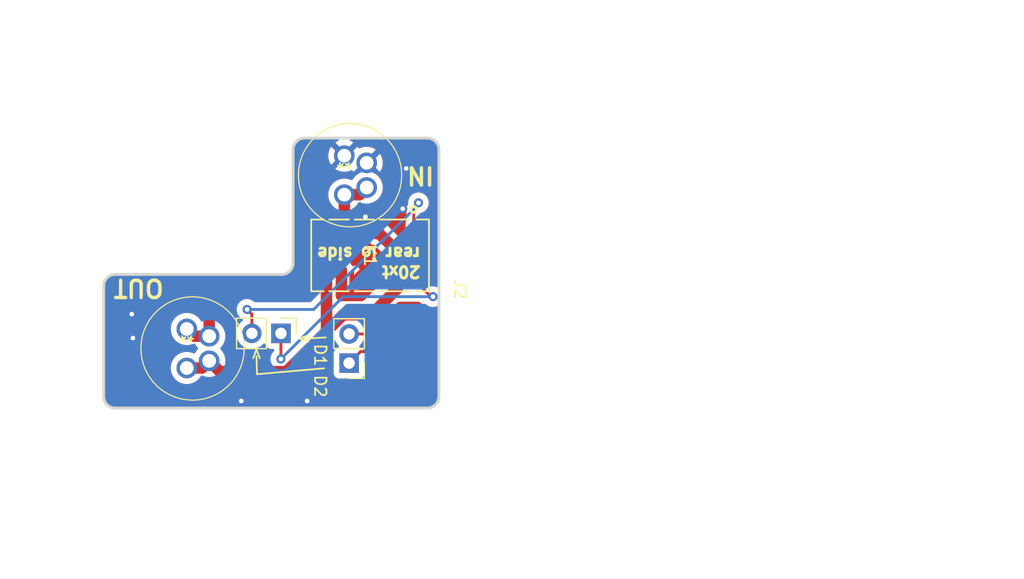
<source format=kicad_pcb>
(kicad_pcb (version 20221018) (generator pcbnew)
  (layers (0 "F.Cu" signal) (31 "B.Cu" signal) (34 "B.Paste" user) (35 "F.Paste" user) (36 "B.SilkS" user "B.Silkscreen") (37 "F.SilkS" user "F.Silkscreen") (38 "B.Mask" user) (39 "F.Mask" user) (44 "Edge.Cuts" user))
  (net 0 "")
  (net 1 "GND")
  (net 2 "12v")
  (net 3 "M+")
  (net 4 "M-")
  (net 5 "D2")
  (net 6 "D1")
  (net 7 "Net-(J6-Pin_1)")
  (net 8 "Net-(J6-Pin_2)")
  (footprint "Connector_PinHeader_2.54mm:PinHeader_1x02_P2.54mm_Vertical" (layer "F.Cu") (at 98.4046 80.2132 -90)
    (fp_text reference "J6" hide)
    (fp_text value "Conn_01x02")
    (fp_line (start -1.33 -1.33) (end 0 -1.33) (stroke (width 0.12)) (layer "F.SilkS"))
    (fp_line (start -1.33 0) (end -1.33 -1.33) (stroke (width 0.12)) (layer "F.SilkS"))
    (fp_line (start -1.33 1.27) (end -1.33 3.87) (stroke (width 0.12)) (layer "F.SilkS"))
    (fp_line (start -1.33 1.27) (end 1.33 1.27) (stroke (width 0.12)) (layer "F.SilkS"))
    (fp_line (start -1.33 3.87) (end 1.33 3.87) (stroke (width 0.12)) (layer "F.SilkS"))
    (fp_line (start 1.33 1.27) (end 1.33 3.87) (stroke (width 0.12)) (layer "F.SilkS"))
    (pad "1" thru_hole rect (at 0 0 270) (size 1.7 1.7) (drill 1) (layers "*.Cu" "*.Mask") (net 7 "Net-(J6-Pin_1)"))
    (pad "2" thru_hole oval (at 0 2.54 270) (size 1.7 1.7) (drill 1) (layers "*.Cu" "*.Mask") (net 8 "Net-(J6-Pin_2)"))
  )
  (footprint "peripheralio:CONN_T4041017041-000_TEC" (layer "F.Cu") (at 90.6964 81.531252 -90)
    (fp_text reference "J3" hide)
    (fp_text value "Conn_01x04" hide)
    (fp_text user "*" (at -0.839978 0.500799 -90 unlocked) (layer "F.SilkS"))
    (fp_text user "*" (at -0.839978 0.500799 90) (layer "F.SilkS"))
    (fp_circle (center 0 0) (end 4.5 0) (stroke (width 0.1)) (fill none) (layer "F.SilkS"))
    (pad "1" thru_hole circle (at 1.700022 0.500799 270) (size 1.8 1.8) (drill 1.2) (layers "*.Cu" "*.Mask") (net 3 "M+"))
    (pad "2" thru_hole circle (at 1.074928 -1.4492 270) (size 1.8 1.8) (drill 1.2) (layers "*.Cu" "*.Mask") (net 3 "M+"))
    (pad "3" thru_hole circle (at -1.700022 0.500799 270) (size 1.8 1.8) (drill 1.2) (layers "*.Cu" "*.Mask") (net 4 "M-"))
    (pad "4" thru_hole circle (at -1.074999 -1.4492 270) (size 1.8 1.8) (drill 1.2) (layers "*.Cu" "*.Mask") (net 4 "M-"))
  )
  (footprint "Connector_PinHeader_2.54mm:PinHeader_1x02_P2.54mm_Vertical" (layer "F.Cu") (at 104.3432 82.804 180)
    (fp_text reference "J4" hide)
    (fp_text value "Conn_01x02")
    (fp_line (start -1.33 -1.33) (end 0 -1.33) (stroke (width 0.12)) (layer "F.SilkS"))
    (fp_line (start -1.33 0) (end -1.33 -1.33) (stroke (width 0.12)) (layer "F.SilkS"))
    (fp_line (start -1.33 1.27) (end -1.33 3.87) (stroke (width 0.12)) (layer "F.SilkS"))
    (fp_line (start -1.33 1.27) (end 1.33 1.27) (stroke (width 0.12)) (layer "F.SilkS"))
    (fp_line (start -1.33 3.87) (end 1.33 3.87) (stroke (width 0.12)) (layer "F.SilkS"))
    (fp_line (start 1.33 1.27) (end 1.33 3.87) (stroke (width 0.12)) (layer "F.SilkS"))
    (pad "1" thru_hole rect (at 0 0 180) (size 1.7 1.7) (drill 1) (layers "*.Cu" "*.Mask") (net 5 "D2"))
    (pad "2" thru_hole oval (at 0 2.54 180) (size 1.7 1.7) (drill 1) (layers "*.Cu" "*.Mask") (net 6 "D1"))
  )
  (footprint "peripheralio:RELAY8_SMTJLG_TEC" (layer "F.Cu") (at 106.172 73.4148 -90)
    (fp_text reference "K1" (at 0 0 -90 unlocked) (layer "F.SilkS"))
    (fp_text value "5-1462037-5")
    (fp_line (start -3.1242 -5.1308) (end -3.1242 -4.048035) (stroke (width 0.1524)) (layer "F.SilkS"))
    (fp_line (start -3.1242 -3.559565) (end -3.1242 -0.848036) (stroke (width 0.1524)) (layer "F.SilkS"))
    (fp_line (start -3.1242 -0.359566) (end -3.1242 1.351964) (stroke (width 0.1524)) (layer "F.SilkS"))
    (fp_line (start -3.1242 1.840435) (end -3.1242 3.551963) (stroke (width 0.1524)) (layer "F.SilkS"))
    (fp_line (start -3.1242 4.040433) (end -3.1242 5.1308) (stroke (width 0.1524)) (layer "F.SilkS"))
    (fp_line (start -3.1242 5.1308) (end 3.1242 5.1308) (stroke (width 0.1524)) (layer "F.SilkS"))
    (fp_line (start 3.1242 -5.1308) (end -3.1242 -5.1308) (stroke (width 0.1524)) (layer "F.SilkS"))
    (fp_line (start 3.1242 -4.048035) (end 3.1242 -5.1308) (stroke (width 0.1524)) (layer "F.SilkS"))
    (fp_line (start 3.1242 -0.848036) (end 3.1242 -3.559565) (stroke (width 0.1524)) (layer "F.SilkS"))
    (fp_line (start 3.1242 1.351964) (end 3.1242 -0.359566) (stroke (width 0.1524)) (layer "F.SilkS"))
    (fp_line (start 3.1242 3.551963) (end 3.1242 1.840435) (stroke (width 0.1524)) (layer "F.SilkS"))
    (fp_line (start 3.1242 5.1308) (end 3.1242 4.040433) (stroke (width 0.1524)) (layer "F.SilkS"))
    (fp_circle (center -3.9956 -3.8038) (end -3.7416 -3.8038) (stroke (width 0.254)) (fill none) (layer "F.SilkS"))
    (pad "1" smd rect (at -2.0955 -3.8038 270) (size 1.397 0.4064) (layers "F.Cu" "F.Paste" "F.Mask") (net 8 "Net-(J6-Pin_2)"))
    (pad "2" smd rect (at -2.0955 -0.603801 270) (size 1.397 0.4064) (layers "F.Cu" "F.Paste" "F.Mask") (net 3 "M+"))
    (pad "3" smd rect (at -2.0955 1.5962 270) (size 1.397 0.4064) (layers "F.Cu" "F.Paste" "F.Mask") (net 2 "12v"))
    (pad "4" smd rect (at -2.0955 3.796198 270) (size 1.397 0.4064) (layers "F.Cu" "F.Paste" "F.Mask") (net 4 "M-"))
    (pad "5" smd rect (at 2.0955 3.796198 270) (size 1.397 0.4064) (layers "F.Cu" "F.Paste" "F.Mask") (net 3 "M+"))
    (pad "6" smd rect (at 2.0955 1.5962 270) (size 1.397 0.4064) (layers "F.Cu" "F.Paste" "F.Mask") (net 1 "GND"))
    (pad "7" smd rect (at 2.0955 -0.603801 270) (size 1.397 0.4064) (layers "F.Cu" "F.Paste" "F.Mask") (net 4 "M-"))
    (pad "8" smd rect (at 2.0955 -3.8038 270) (size 1.397 0.4064) (layers "F.Cu" "F.Paste" "F.Mask") (net 7 "Net-(J6-Pin_1)"))
  )
  (footprint "peripheralio:SMD_picoblade_hori_1x03" (layer "F.Cu") (at 106.5043 77.4497 -90)
    (fp_text reference "J1" hide)
    (fp_text value "Conn_01x03")
    (pad "" smd roundrect (at 0.85 -3.05 270) (size 1.7 2.4) (layers "F.Cu" "F.Paste" "F.Mask"))
    (pad "" smd roundrect (at 7.85 -3.05 270) (size 1.7 2.4) (layers "F.Cu" "F.Paste" "F.Mask"))
    (pad "1" smd roundrect (at 5.6 -0.8 270) (size 0.6 1.6) (layers "F.Cu" "F.Paste" "F.Mask") (net 1 "GND"))
    (pad "2" smd roundrect (at 4.35 -0.8 270) (size 0.6 1.6) (layers "F.Cu" "F.Paste" "F.Mask") (net 5 "D2"))
    (pad "3" smd roundrect (at 3.1 -0.8 270) (size 0.6 1.6) (layers "F.Cu" "F.Paste" "F.Mask") (net 6 "D1"))
  )
  (footprint "peripheralio:CONN_T4041017041-000_TEC" (layer "F.Cu") (at 104.4264 66.42611 -90)
    (fp_text reference "J2" (at 9.96 -9.6 -90 unlocked) (layer "F.SilkS"))
    (fp_text value "Conn_01x04")
    (fp_text user "*" (at -0.839978 0.500799 -90 unlocked) (layer "F.SilkS"))
    (fp_text user "*" (at -0.839978 0.500799 90) (layer "F.SilkS"))
    (fp_circle (center 0 0) (end 4.5 0) (stroke (width 0.1)) (fill none) (layer "F.SilkS"))
    (pad "1" thru_hole circle (at 1.700022 0.500799 270) (size 1.8 1.8) (drill 1.2) (layers "*.Cu" "*.Mask") (net 2 "12v"))
    (pad "2" thru_hole circle (at 1.074928 -1.4492 270) (size 1.8 1.8) (drill 1.2) (layers "*.Cu" "*.Mask") (net 2 "12v"))
    (pad "3" thru_hole circle (at -1.700022 0.500799 270) (size 1.8 1.8) (drill 1.2) (layers "*.Cu" "*.Mask") (net 1 "GND"))
    (pad "4" thru_hole circle (at -1.074999 -1.4492 270) (size 1.8 1.8) (drill 1.2) (layers "*.Cu" "*.Mask") (net 1 "GND"))
  )
  (gr_line (start 102.1588 83.2612) (end 96.3168 83.7692) (stroke (width 0.15)) (layer "F.SilkS"))
  (gr_line (start 96.3168 83.7692) (end 96.266 82.1944) (stroke (width 0.15)) (layer "F.SilkS"))
  (gr_line (start 102.3112 80.5688) (end 100.4316 80.6704) (stroke (width 0.15)) (layer "F.SilkS"))
  (gr_arc (start 99.4664 74.0824) (mid 99.173507 74.789507) (end 98.4664 75.0824) (stroke (width 0.25)) (layer "Edge.Cuts"))
  (gr_line (start 99.4664 74.0824) (end 99.4664 64.1952) (stroke (width 0.25)) (layer "Edge.Cuts"))
  (gr_arc (start 112.1664 85.7156) (mid 111.873507 86.422707) (end 111.1664 86.7156) (stroke (width 0.25)) (layer "Edge.Cuts"))
  (gr_line (start 111.1664 86.7156) (end 83.9564 86.7156) (stroke (width 0.25)) (layer "Edge.Cuts"))
  (gr_arc (start 111.1664 63.1952) (mid 111.873507 63.488093) (end 112.1664 64.1952) (stroke (width 0.25)) (layer "Edge.Cuts"))
  (gr_line (start 98.4664 75.0824) (end 83.9564 75.0824) (stroke (width 0.25)) (layer "Edge.Cuts"))
  (gr_line (start 111.1664 63.1952) (end 100.4664 63.1952) (stroke (width 0.25)) (layer "Edge.Cuts"))
  (gr_arc (start 99.4664 64.1952) (mid 99.759293 63.488093) (end 100.4664 63.1952) (stroke (width 0.25)) (layer "Edge.Cuts"))
  (gr_arc (start 82.9564 76.0824) (mid 83.249293 75.375293) (end 83.9564 75.0824) (stroke (width 0.25)) (layer "Edge.Cuts"))
  (gr_line (start 82.9564 76.0824) (end 82.9564 85.7156) (stroke (width 0.25)) (layer "Edge.Cuts"))
  (gr_arc (start 83.9564 86.7156) (mid 83.249293 86.422707) (end 82.9564 85.7156) (stroke (width 0.25)) (layer "Edge.Cuts"))
  (gr_line (start 112.1664 64.1952) (end 112.1664 85.7156) (stroke (width 0.25)) (layer "Edge.Cuts"))
  (gr_text "<" (at 95.758 81.28 -90) (layer "F.SilkS") (effects (font (size 1 1)) (justify left bottom)))
  (gr_text "IN" (at 111.9124 65.5828 180) (layer "F.SilkS") (effects (font (size 1.5 1.5) (thickness 0.3) bold) (justify left bottom)))
  (gr_text "D1 D2" (at 101.2444 81.026 270) (layer "F.SilkS") (effects (font (size 1 1)) (justify left bottom)))
  (gr_text "20xt\nrear io side" (at 110.6932 72.644 180) (layer "F.SilkS") (effects (font (size 1 1) (thickness 0.25) bold) (justify left bottom)))
  (gr_text "<" (at 99.6696 81.1784) (layer "F.SilkS") (effects (font (size 1 1)) (justify left bottom)))
  (gr_text "OUT" (at 88.3412 75.3872 180) (layer "F.SilkS") (effects (font (size 1.5 1.5) (thickness 0.3) bold) (justify left bottom)))
  (segment (start 105.7656 74.3205) (end 105.7656 70.0532) (width 0.25) (layer "F.Cu") (net 1))
  (segment (start 104.5758 75.5103) (end 105.7656 74.3205) (width 0.25) (layer "F.Cu") (net 1))
  (via (at 105.7656 70.0532) (size 0.8) (drill 0.4) (layers "F.Cu" "B.Cu") (net 1))
  (via (at 85.4964 80.6196) (size 0.8) (drill 0.4) (layers "F.Cu" "B.Cu") (net 1))
  (via (at 100.6856 86.106) (size 0.8) (drill 0.4) (layers "F.Cu" "B.Cu") (net 1))
  (via (at 109.3216 65.8368) (size 0.8) (drill 0.4) (layers "F.Cu" "B.Cu") (net 1))
  (via (at 85.3948 78.5368) (size 0.8) (drill 0.4) (layers "F.Cu" "B.Cu") (net 1))
  (via (at 109.0168 69.342) (size 0.8) (drill 0.4) (layers "F.Cu" "B.Cu") (net 1))
  (via (at 94.9452 86.106) (size 0.8) (drill 0.4) (layers "F.Cu" "B.Cu") (net 1))
  (segment (start 105.250506 68.126132) (end 105.8756 67.501038) (width 1) (layer "F.Cu") (net 2))
  (segment (start 103.925601 68.126132) (end 103.925601 70.669101) (width 1) (layer "F.Cu") (net 2))
  (segment (start 103.925601 70.669101) (end 104.5758 71.3193) (width 1) (layer "F.Cu") (net 2))
  (segment (start 103.925601 68.126132) (end 105.250506 68.126132) (width 1) (layer "F.Cu") (net 2))
  (segment (start 102.375802 80.046998) (end 102.375802 80.039366) (width 1) (layer "F.Cu") (net 3))
  (segment (start 93.08782 83.5484) (end 98.8744 83.5484) (width 1) (layer "F.Cu") (net 3))
  (segment (start 108.5596 76.3016) (end 108.5596 73.103099) (width 1) (layer "F.Cu") (net 3))
  (segment (start 106.2736 78.5876) (end 108.5596 76.3016) (width 1) (layer "F.Cu") (net 3))
  (segment (start 98.8744 83.5484) (end 102.375802 80.046998) (width 1) (layer "F.Cu") (net 3))
  (segment (start 102.375802 80.039366) (end 103.827568 78.5876) (width 1) (layer "F.Cu") (net 3))
  (segment (start 103.827568 78.5876) (end 106.2736 78.5876) (width 1) (layer "F.Cu") (net 3))
  (segment (start 92.1456 82.60618) (end 93.08782 83.5484) (width 1) (layer "F.Cu") (net 3))
  (segment (start 102.375802 80.046998) (end 102.375802 75.5103) (width 1) (layer "F.Cu") (net 3))
  (segment (start 108.5596 73.103099) (end 106.775801 71.3193) (width 1) (layer "F.Cu") (net 3))
  (segment (start 90.195601 83.231274) (end 91.520506 83.231274) (width 1) (layer "F.Cu") (net 3))
  (segment (start 91.520506 83.231274) (end 92.1456 82.60618) (width 1) (layer "F.Cu") (net 3))
  (segment (start 103.6726 74.739796) (end 103.6726 76.9088) (width 1) (layer "F.Cu") (net 4))
  (segment (start 92.715398 76.454) (end 99.3648 76.454) (width 1) (layer "F.Cu") (net 4))
  (segment (start 103.6726 76.9088) (end 105.377301 76.9088) (width 1) (layer "F.Cu") (net 4))
  (segment (start 102.375802 71.3193) (end 102.584801 71.3193) (width 1) (layer "F.Cu") (net 4))
  (segment (start 92.1456 77.023798) (end 92.715398 76.454) (width 1) (layer "F.Cu") (net 4))
  (segment (start 92.1456 80.456253) (end 92.1456 77.023798) (width 1) (layer "F.Cu") (net 4))
  (segment (start 90.820624 80.456253) (end 90.195601 79.83123) (width 1) (layer "F.Cu") (net 4))
  (segment (start 105.377301 76.9088) (end 106.775801 75.5103) (width 1) (layer "F.Cu") (net 4))
  (segment (start 102.375802 73.442998) (end 102.375802 71.3193) (width 1) (layer "F.Cu") (net 4))
  (segment (start 99.3648 76.454) (end 102.375802 73.442998) (width 1) (layer "F.Cu") (net 4))
  (segment (start 102.375802 73.442998) (end 103.6726 74.739796) (width 1) (layer "F.Cu") (net 4))
  (segment (start 92.1456 80.456253) (end 90.820624 80.456253) (width 1) (layer "F.Cu") (net 4))
  (segment (start 105.3475 81.7997) (end 107.3043 81.7997) (width 0.25) (layer "F.Cu") (net 5))
  (segment (start 104.3432 82.804) (end 105.3475 81.7997) (width 0.25) (layer "F.Cu") (net 5))
  (segment (start 104.3432 80.264) (end 107.0186 80.264) (width 0.25) (layer "F.Cu") (net 6))
  (segment (start 107.0186 80.264) (end 107.3043 80.5497) (width 0.25) (layer "F.Cu") (net 6))
  (segment (start 98.3996 82.4484) (end 98.3996 80.2182) (width 0.25) (layer "F.Cu") (net 7))
  (segment (start 98.3996 80.2182) (end 98.4046 80.2132) (width 0.25) (layer "F.Cu") (net 7))
  (segment (start 111.6584 77.0128) (end 111.4783 77.0128) (width 0.25) (layer "F.Cu") (net 7))
  (segment (start 111.4783 77.0128) (end 109.9758 75.5103) (width 0.25) (layer "F.Cu") (net 7))
  (via (at 98.3996 82.4484) (size 0.8) (drill 0.4) (layers "F.Cu" "B.Cu") (net 7))
  (via (at 111.6584 77.0128) (size 0.8) (drill 0.4) (layers "F.Cu" "B.Cu") (net 7))
  (segment (start 98.3996 82.4484) (end 103.8352 77.0128) (width 0.25) (layer "B.Cu") (net 7))
  (segment (start 103.8352 77.0128) (end 111.6584 77.0128) (width 0.25) (layer "B.Cu") (net 7))
  (segment (start 95.8646 78.5418) (end 95.4532 78.1304) (width 0.25) (layer "F.Cu") (net 8))
  (segment (start 109.9758 69.2466) (end 109.9758 71.3193) (width 0.25) (layer "F.Cu") (net 8))
  (segment (start 110.3884 68.834) (end 109.9758 69.2466) (width 0.25) (layer "F.Cu") (net 8))
  (segment (start 95.8646 80.2132) (end 95.8646 78.5418) (width 0.25) (layer "F.Cu") (net 8))
  (via (at 95.4532 78.1304) (size 0.8) (drill 0.4) (layers "F.Cu" "B.Cu") (net 8))
  (via (at 110.3884 68.834) (size 0.8) (drill 0.4) (layers "F.Cu" "B.Cu") (net 8))
  (segment (start 101.253705 78.1304) (end 110.3884 68.995705) (width 0.25) (layer "B.Cu") (net 8))
  (segment (start 110.3884 68.995705) (end 110.3884 68.834) (width 0.25) (layer "B.Cu") (net 8))
  (segment (start 95.4532 78.1304) (end 101.253705 78.1304) (width 0.25) (layer "B.Cu") (net 8))
  (zone (net 1) (net_name "GND") (layers "F&B.Cu") (connect_pads (clearance 0.5)) (min_thickness 0.25) (fill yes (thermal_gap 0.5) (thermal_bridge_width 0.5))
    (polygon (pts (xy 81.0768 51.8668) (xy 116.332 51.1556) (xy 118.1608 100.1776) (xy 73.914 96.5708)))
  )
)
</source>
